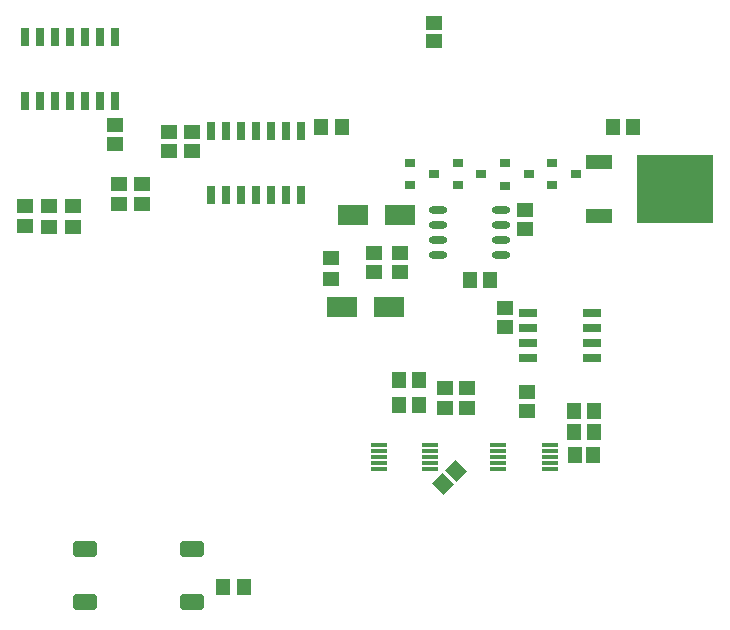
<source format=gtp>
G04*
G04 #@! TF.GenerationSoftware,Altium Limited,Altium Designer,21.4.1 (30)*
G04*
G04 Layer_Color=8421504*
%FSLAX25Y25*%
%MOIN*%
G70*
G04*
G04 #@! TF.SameCoordinates,C77C1ACD-4D57-4A05-B96A-415324BACB4A*
G04*
G04*
G04 #@! TF.FilePolarity,Positive*
G04*
G01*
G75*
%ADD14R,0.04528X0.05315*%
%ADD15R,0.05512X0.05118*%
%ADD16R,0.05512X0.01181*%
%ADD17R,0.05118X0.05512*%
%ADD18R,0.09843X0.06693*%
%ADD19R,0.05315X0.04528*%
%ADD20R,0.06004X0.02559*%
G04:AMPARAMS|DCode=21|XSize=55.12mil|YSize=51.18mil|CornerRadius=0mil|HoleSize=0mil|Usage=FLASHONLY|Rotation=135.000|XOffset=0mil|YOffset=0mil|HoleType=Round|Shape=Rectangle|*
%AMROTATEDRECTD21*
4,1,4,0.03758,-0.00139,0.00139,-0.03758,-0.03758,0.00139,-0.00139,0.03758,0.03758,-0.00139,0.0*
%
%ADD21ROTATEDRECTD21*%

%ADD22O,0.06102X0.02362*%
%ADD23R,0.25197X0.22835*%
%ADD24R,0.08661X0.04724*%
G04:AMPARAMS|DCode=25|XSize=55.12mil|YSize=82.68mil|CornerRadius=13.78mil|HoleSize=0mil|Usage=FLASHONLY|Rotation=90.000|XOffset=0mil|YOffset=0mil|HoleType=Round|Shape=RoundedRectangle|*
%AMROUNDEDRECTD25*
21,1,0.05512,0.05512,0,0,90.0*
21,1,0.02756,0.08268,0,0,90.0*
1,1,0.02756,0.02756,0.01378*
1,1,0.02756,0.02756,-0.01378*
1,1,0.02756,-0.02756,-0.01378*
1,1,0.02756,-0.02756,0.01378*
%
%ADD25ROUNDEDRECTD25*%
%ADD26R,0.02559X0.06004*%
%ADD27R,0.03543X0.03150*%
D14*
X212106Y173228D02*
D03*
X205217D02*
D03*
X192224Y78347D02*
D03*
X199114D02*
D03*
X192224Y71260D02*
D03*
X199114D02*
D03*
X140748Y88583D02*
D03*
X133858D02*
D03*
Y80315D02*
D03*
X140748D02*
D03*
X164469Y122047D02*
D03*
X157579D02*
D03*
X75295Y19685D02*
D03*
X82185D02*
D03*
X107972Y173228D02*
D03*
X114862D02*
D03*
D15*
X176772Y84646D02*
D03*
Y78347D02*
D03*
X57480Y171260D02*
D03*
Y164961D02*
D03*
X64961Y171260D02*
D03*
Y164961D02*
D03*
X125591Y131102D02*
D03*
Y124803D02*
D03*
X169291Y106299D02*
D03*
Y112598D02*
D03*
X134252Y131102D02*
D03*
Y124803D02*
D03*
X175984Y145276D02*
D03*
Y138976D02*
D03*
X145669Y207874D02*
D03*
Y201575D02*
D03*
X39370Y173622D02*
D03*
Y167323D02*
D03*
D16*
X184252Y66929D02*
D03*
Y64961D02*
D03*
Y62992D02*
D03*
Y61024D02*
D03*
Y59055D02*
D03*
X166929D02*
D03*
Y61024D02*
D03*
Y62992D02*
D03*
Y64961D02*
D03*
Y66929D02*
D03*
X144488D02*
D03*
Y64961D02*
D03*
Y62992D02*
D03*
Y61024D02*
D03*
Y59055D02*
D03*
X127165D02*
D03*
Y61024D02*
D03*
Y62992D02*
D03*
Y64961D02*
D03*
Y66929D02*
D03*
D17*
X192520Y63780D02*
D03*
X198819D02*
D03*
D18*
X134252Y143701D02*
D03*
X118504D02*
D03*
X114961Y112992D02*
D03*
X130709D02*
D03*
D19*
X111417Y129429D02*
D03*
Y122539D02*
D03*
X149213Y86221D02*
D03*
Y79331D02*
D03*
X156693D02*
D03*
Y86221D02*
D03*
X48425Y147343D02*
D03*
Y154232D02*
D03*
X40551D02*
D03*
Y147343D02*
D03*
X9449Y139961D02*
D03*
Y146850D02*
D03*
X17323Y139862D02*
D03*
Y146752D02*
D03*
X25197Y139862D02*
D03*
Y146752D02*
D03*
D20*
X198472Y96043D02*
D03*
Y101043D02*
D03*
Y106043D02*
D03*
Y111043D02*
D03*
X177118D02*
D03*
Y106043D02*
D03*
Y101043D02*
D03*
Y96043D02*
D03*
D21*
X153015Y58526D02*
D03*
X148560Y54072D02*
D03*
D22*
X146850Y145295D02*
D03*
Y140295D02*
D03*
Y135295D02*
D03*
Y130295D02*
D03*
X168110Y145295D02*
D03*
Y140295D02*
D03*
Y135295D02*
D03*
Y130295D02*
D03*
D23*
X225984Y152402D02*
D03*
D24*
X200787Y161417D02*
D03*
Y143386D02*
D03*
D25*
X29331Y32480D02*
D03*
Y14764D02*
D03*
X65158D02*
D03*
Y32480D02*
D03*
D26*
X71221Y171701D02*
D03*
X76221D02*
D03*
X81221D02*
D03*
X86221D02*
D03*
X91221D02*
D03*
X96221D02*
D03*
X101221D02*
D03*
Y150347D02*
D03*
X96221D02*
D03*
X91221D02*
D03*
X86221D02*
D03*
X81221D02*
D03*
X76221D02*
D03*
X71221D02*
D03*
X39409Y203197D02*
D03*
X34409D02*
D03*
X29409D02*
D03*
X24409D02*
D03*
X19409D02*
D03*
X14409D02*
D03*
X9409D02*
D03*
Y181842D02*
D03*
X14409D02*
D03*
X19409D02*
D03*
X24409D02*
D03*
X29409D02*
D03*
X34409D02*
D03*
X39409D02*
D03*
D27*
X137795Y161220D02*
D03*
Y153740D02*
D03*
X145669Y157480D02*
D03*
X185039Y161220D02*
D03*
Y153740D02*
D03*
X192913Y157480D02*
D03*
X153543Y161220D02*
D03*
Y153740D02*
D03*
X161417Y157480D02*
D03*
X169291Y161024D02*
D03*
Y153543D02*
D03*
X177165Y157283D02*
D03*
M02*

</source>
